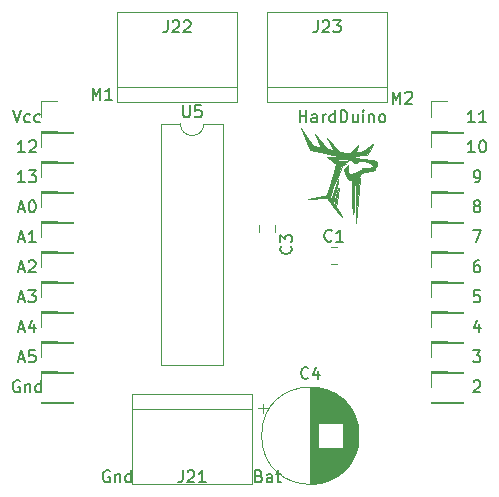
<source format=gbr>
G04 #@! TF.GenerationSoftware,KiCad,Pcbnew,(5.1.4)-1*
G04 #@! TF.CreationDate,2020-03-09T15:05:49+03:00*
G04 #@! TF.ProjectId,L293,4c323933-2e6b-4696-9361-645f70636258,rev?*
G04 #@! TF.SameCoordinates,Original*
G04 #@! TF.FileFunction,Legend,Top*
G04 #@! TF.FilePolarity,Positive*
%FSLAX46Y46*%
G04 Gerber Fmt 4.6, Leading zero omitted, Abs format (unit mm)*
G04 Created by KiCad (PCBNEW (5.1.4)-1) date 2020-03-09 15:05:49*
%MOMM*%
%LPD*%
G04 APERTURE LIST*
%ADD10C,0.100000*%
%ADD11C,0.150000*%
%ADD12C,0.120000*%
G04 APERTURE END LIST*
D10*
G36*
X114060000Y-61620000D02*
G01*
X114280000Y-61940000D01*
X114470000Y-62120000D01*
X114530000Y-62160000D01*
X114960000Y-62290000D01*
X115000000Y-62270000D01*
X115000000Y-62180000D01*
X114810000Y-61750000D01*
X114510000Y-61100000D01*
X115320000Y-62090000D01*
X115520000Y-62310000D01*
X115640000Y-62410000D01*
X115720000Y-62440000D01*
X115900000Y-62450000D01*
X116120000Y-62510000D01*
X116080000Y-62390000D01*
X115570000Y-61500000D01*
X116340000Y-62340000D01*
X116500000Y-62530000D01*
X116590000Y-62610000D01*
X116700000Y-62660000D01*
X117140000Y-62710000D01*
X117600000Y-62730000D01*
X118080000Y-62130000D01*
X118230000Y-61980000D01*
X118220000Y-62060000D01*
X118080000Y-62390000D01*
X118000000Y-62560000D01*
X117990000Y-62640000D01*
X118070000Y-62650000D01*
X118470000Y-62630000D01*
X118820000Y-62520000D01*
X119490000Y-61950000D01*
X119370000Y-62240000D01*
X118940000Y-62890000D01*
X118610000Y-62950000D01*
X118000000Y-63000000D01*
X117810000Y-63070000D01*
X118030000Y-63130000D01*
X119360000Y-63350000D01*
X119680000Y-63420000D01*
X119810000Y-63520000D01*
X119830000Y-63690000D01*
X119810000Y-63850000D01*
X119750000Y-63930000D01*
X119700000Y-63950000D01*
X119660000Y-64030000D01*
X119660000Y-64130000D01*
X119600000Y-64180000D01*
X119410000Y-64230000D01*
X118790000Y-64340000D01*
X118500000Y-64420000D01*
X118370000Y-64540000D01*
X118340000Y-64600000D01*
X118310000Y-64750000D01*
X118320000Y-64920000D01*
X117990000Y-68690000D01*
X118040000Y-65300000D01*
X118030000Y-65020000D01*
X118020000Y-64830000D01*
X118010000Y-64790000D01*
X117970000Y-64750000D01*
X117920000Y-64870000D01*
X117890000Y-65200000D01*
X117860000Y-65690000D01*
X117830000Y-67070000D01*
X117810000Y-67600000D01*
X117770000Y-67930000D01*
X117740000Y-67750000D01*
X117710000Y-67070000D01*
X117710000Y-66190000D01*
X117690000Y-64970000D01*
X117530000Y-65010000D01*
X117420000Y-65010000D01*
X117350000Y-64960000D01*
X117280000Y-64830000D01*
X117040000Y-64200000D01*
X117350000Y-63800000D01*
X117310000Y-64030000D01*
X117300000Y-64190000D01*
X117300000Y-64260000D01*
X117370000Y-64390000D01*
X117520000Y-64600000D01*
X118430000Y-64210000D01*
X118560000Y-64140000D01*
X118610000Y-64080000D01*
X118500000Y-64040000D01*
X118710000Y-64000000D01*
X119230000Y-63990000D01*
X119350000Y-63970000D01*
X119440000Y-63920000D01*
X119470000Y-63860000D01*
X119440000Y-63740000D01*
X119280000Y-63640000D01*
X119010000Y-63530000D01*
X118610000Y-63450000D01*
X118370000Y-63440000D01*
X118230000Y-63460000D01*
X118180000Y-63500000D01*
X118110000Y-63600000D01*
X118060000Y-63610000D01*
X118000000Y-63610000D01*
X117880000Y-63560000D01*
X117730000Y-63460000D01*
X117690000Y-63400000D01*
X117680000Y-63360000D01*
X117620000Y-63330000D01*
X117540000Y-63300000D01*
X117050000Y-63280000D01*
X116600000Y-63290000D01*
X116460000Y-63310000D01*
X116340000Y-63340000D01*
X116360000Y-63380000D01*
X116570000Y-63420000D01*
X116870000Y-63440000D01*
X117380000Y-63450000D01*
X116960000Y-63600000D01*
X116960000Y-63630000D01*
X117160000Y-63650000D01*
X117170000Y-63680000D01*
X116930000Y-63800000D01*
X116870000Y-63870000D01*
X116740000Y-64060000D01*
X116540000Y-64490000D01*
X116110000Y-65540000D01*
X115890000Y-66190000D01*
X115840000Y-66360000D01*
X115810000Y-66500000D01*
X115860000Y-66580000D01*
X115910000Y-66550000D01*
X115950000Y-66480000D01*
X116040000Y-66260000D01*
X116220000Y-65750000D01*
X116530000Y-64920000D01*
X116490000Y-65180000D01*
X116240000Y-66180000D01*
X116180000Y-66390000D01*
X116120000Y-66730000D01*
X116100000Y-66850000D01*
X116100000Y-66960000D01*
X116150000Y-67020000D01*
X116210000Y-66940000D01*
X116250000Y-66790000D01*
X116350000Y-66420000D01*
X116510000Y-65700000D01*
X116540000Y-65700000D01*
X116390000Y-66860000D01*
X116320000Y-67310000D01*
X116710000Y-67880000D01*
X116870000Y-68180000D01*
X116260000Y-67470000D01*
X115560000Y-66580000D01*
X113920000Y-66650000D01*
X115320000Y-66350000D01*
X115530000Y-66280000D01*
X115610000Y-66060000D01*
X115900000Y-65180000D01*
X116150000Y-64330000D01*
X116310000Y-63660000D01*
X115580000Y-63090000D01*
X115940000Y-63050000D01*
X116390000Y-63070000D01*
X116870000Y-63080000D01*
X114950000Y-62660000D01*
X114150000Y-62470000D01*
X113720000Y-61500000D01*
X113350000Y-60600000D01*
X114060000Y-61620000D01*
G37*
X114060000Y-61620000D02*
X114280000Y-61940000D01*
X114470000Y-62120000D01*
X114530000Y-62160000D01*
X114960000Y-62290000D01*
X115000000Y-62270000D01*
X115000000Y-62180000D01*
X114810000Y-61750000D01*
X114510000Y-61100000D01*
X115320000Y-62090000D01*
X115520000Y-62310000D01*
X115640000Y-62410000D01*
X115720000Y-62440000D01*
X115900000Y-62450000D01*
X116120000Y-62510000D01*
X116080000Y-62390000D01*
X115570000Y-61500000D01*
X116340000Y-62340000D01*
X116500000Y-62530000D01*
X116590000Y-62610000D01*
X116700000Y-62660000D01*
X117140000Y-62710000D01*
X117600000Y-62730000D01*
X118080000Y-62130000D01*
X118230000Y-61980000D01*
X118220000Y-62060000D01*
X118080000Y-62390000D01*
X118000000Y-62560000D01*
X117990000Y-62640000D01*
X118070000Y-62650000D01*
X118470000Y-62630000D01*
X118820000Y-62520000D01*
X119490000Y-61950000D01*
X119370000Y-62240000D01*
X118940000Y-62890000D01*
X118610000Y-62950000D01*
X118000000Y-63000000D01*
X117810000Y-63070000D01*
X118030000Y-63130000D01*
X119360000Y-63350000D01*
X119680000Y-63420000D01*
X119810000Y-63520000D01*
X119830000Y-63690000D01*
X119810000Y-63850000D01*
X119750000Y-63930000D01*
X119700000Y-63950000D01*
X119660000Y-64030000D01*
X119660000Y-64130000D01*
X119600000Y-64180000D01*
X119410000Y-64230000D01*
X118790000Y-64340000D01*
X118500000Y-64420000D01*
X118370000Y-64540000D01*
X118340000Y-64600000D01*
X118310000Y-64750000D01*
X118320000Y-64920000D01*
X117990000Y-68690000D01*
X118040000Y-65300000D01*
X118030000Y-65020000D01*
X118020000Y-64830000D01*
X118010000Y-64790000D01*
X117970000Y-64750000D01*
X117920000Y-64870000D01*
X117890000Y-65200000D01*
X117860000Y-65690000D01*
X117830000Y-67070000D01*
X117810000Y-67600000D01*
X117770000Y-67930000D01*
X117740000Y-67750000D01*
X117710000Y-67070000D01*
X117710000Y-66190000D01*
X117690000Y-64970000D01*
X117530000Y-65010000D01*
X117420000Y-65010000D01*
X117350000Y-64960000D01*
X117280000Y-64830000D01*
X117040000Y-64200000D01*
X117350000Y-63800000D01*
X117310000Y-64030000D01*
X117300000Y-64190000D01*
X117300000Y-64260000D01*
X117370000Y-64390000D01*
X117520000Y-64600000D01*
X118430000Y-64210000D01*
X118560000Y-64140000D01*
X118610000Y-64080000D01*
X118500000Y-64040000D01*
X118710000Y-64000000D01*
X119230000Y-63990000D01*
X119350000Y-63970000D01*
X119440000Y-63920000D01*
X119470000Y-63860000D01*
X119440000Y-63740000D01*
X119280000Y-63640000D01*
X119010000Y-63530000D01*
X118610000Y-63450000D01*
X118370000Y-63440000D01*
X118230000Y-63460000D01*
X118180000Y-63500000D01*
X118110000Y-63600000D01*
X118060000Y-63610000D01*
X118000000Y-63610000D01*
X117880000Y-63560000D01*
X117730000Y-63460000D01*
X117690000Y-63400000D01*
X117680000Y-63360000D01*
X117620000Y-63330000D01*
X117540000Y-63300000D01*
X117050000Y-63280000D01*
X116600000Y-63290000D01*
X116460000Y-63310000D01*
X116340000Y-63340000D01*
X116360000Y-63380000D01*
X116570000Y-63420000D01*
X116870000Y-63440000D01*
X117380000Y-63450000D01*
X116960000Y-63600000D01*
X116960000Y-63630000D01*
X117160000Y-63650000D01*
X117170000Y-63680000D01*
X116930000Y-63800000D01*
X116870000Y-63870000D01*
X116740000Y-64060000D01*
X116540000Y-64490000D01*
X116110000Y-65540000D01*
X115890000Y-66190000D01*
X115840000Y-66360000D01*
X115810000Y-66500000D01*
X115860000Y-66580000D01*
X115910000Y-66550000D01*
X115950000Y-66480000D01*
X116040000Y-66260000D01*
X116220000Y-65750000D01*
X116530000Y-64920000D01*
X116490000Y-65180000D01*
X116240000Y-66180000D01*
X116180000Y-66390000D01*
X116120000Y-66730000D01*
X116100000Y-66850000D01*
X116100000Y-66960000D01*
X116150000Y-67020000D01*
X116210000Y-66940000D01*
X116250000Y-66790000D01*
X116350000Y-66420000D01*
X116510000Y-65700000D01*
X116540000Y-65700000D01*
X116390000Y-66860000D01*
X116320000Y-67310000D01*
X116710000Y-67880000D01*
X116870000Y-68180000D01*
X116260000Y-67470000D01*
X115560000Y-66580000D01*
X113920000Y-66650000D01*
X115320000Y-66350000D01*
X115530000Y-66280000D01*
X115610000Y-66060000D01*
X115900000Y-65180000D01*
X116150000Y-64330000D01*
X116310000Y-63660000D01*
X115580000Y-63090000D01*
X115940000Y-63050000D01*
X116390000Y-63070000D01*
X116870000Y-63080000D01*
X114950000Y-62660000D01*
X114150000Y-62470000D01*
X113720000Y-61500000D01*
X113350000Y-60600000D01*
X114060000Y-61620000D01*
D11*
X121110476Y-58554880D02*
X121110476Y-57554880D01*
X121443809Y-58269166D01*
X121777142Y-57554880D01*
X121777142Y-58554880D01*
X122205714Y-57650119D02*
X122253333Y-57602500D01*
X122348571Y-57554880D01*
X122586666Y-57554880D01*
X122681904Y-57602500D01*
X122729523Y-57650119D01*
X122777142Y-57745357D01*
X122777142Y-57840595D01*
X122729523Y-57983452D01*
X122158095Y-58554880D01*
X122777142Y-58554880D01*
X95710476Y-58237380D02*
X95710476Y-57237380D01*
X96043809Y-57951666D01*
X96377142Y-57237380D01*
X96377142Y-58237380D01*
X97377142Y-58237380D02*
X96805714Y-58237380D01*
X97091428Y-58237380D02*
X97091428Y-57237380D01*
X96996190Y-57380238D01*
X96900952Y-57475476D01*
X96805714Y-57523095D01*
X97147142Y-89670000D02*
X97051904Y-89622380D01*
X96909047Y-89622380D01*
X96766190Y-89670000D01*
X96670952Y-89765238D01*
X96623333Y-89860476D01*
X96575714Y-90050952D01*
X96575714Y-90193809D01*
X96623333Y-90384285D01*
X96670952Y-90479523D01*
X96766190Y-90574761D01*
X96909047Y-90622380D01*
X97004285Y-90622380D01*
X97147142Y-90574761D01*
X97194761Y-90527142D01*
X97194761Y-90193809D01*
X97004285Y-90193809D01*
X97623333Y-89955714D02*
X97623333Y-90622380D01*
X97623333Y-90050952D02*
X97670952Y-90003333D01*
X97766190Y-89955714D01*
X97909047Y-89955714D01*
X98004285Y-90003333D01*
X98051904Y-90098571D01*
X98051904Y-90622380D01*
X98956666Y-90622380D02*
X98956666Y-89622380D01*
X98956666Y-90574761D02*
X98861428Y-90622380D01*
X98670952Y-90622380D01*
X98575714Y-90574761D01*
X98528095Y-90527142D01*
X98480476Y-90431904D01*
X98480476Y-90146190D01*
X98528095Y-90050952D01*
X98575714Y-90003333D01*
X98670952Y-89955714D01*
X98861428Y-89955714D01*
X98956666Y-90003333D01*
X109823333Y-90098571D02*
X109966190Y-90146190D01*
X110013809Y-90193809D01*
X110061428Y-90289047D01*
X110061428Y-90431904D01*
X110013809Y-90527142D01*
X109966190Y-90574761D01*
X109870952Y-90622380D01*
X109490000Y-90622380D01*
X109490000Y-89622380D01*
X109823333Y-89622380D01*
X109918571Y-89670000D01*
X109966190Y-89717619D01*
X110013809Y-89812857D01*
X110013809Y-89908095D01*
X109966190Y-90003333D01*
X109918571Y-90050952D01*
X109823333Y-90098571D01*
X109490000Y-90098571D01*
X110918571Y-90622380D02*
X110918571Y-90098571D01*
X110870952Y-90003333D01*
X110775714Y-89955714D01*
X110585238Y-89955714D01*
X110490000Y-90003333D01*
X110918571Y-90574761D02*
X110823333Y-90622380D01*
X110585238Y-90622380D01*
X110490000Y-90574761D01*
X110442380Y-90479523D01*
X110442380Y-90384285D01*
X110490000Y-90289047D01*
X110585238Y-90241428D01*
X110823333Y-90241428D01*
X110918571Y-90193809D01*
X111251904Y-89955714D02*
X111632857Y-89955714D01*
X111394761Y-89622380D02*
X111394761Y-90479523D01*
X111442380Y-90574761D01*
X111537619Y-90622380D01*
X111632857Y-90622380D01*
X113244761Y-60142380D02*
X113244761Y-59142380D01*
X113244761Y-59618571D02*
X113816190Y-59618571D01*
X113816190Y-60142380D02*
X113816190Y-59142380D01*
X114720952Y-60142380D02*
X114720952Y-59618571D01*
X114673333Y-59523333D01*
X114578095Y-59475714D01*
X114387619Y-59475714D01*
X114292380Y-59523333D01*
X114720952Y-60094761D02*
X114625714Y-60142380D01*
X114387619Y-60142380D01*
X114292380Y-60094761D01*
X114244761Y-59999523D01*
X114244761Y-59904285D01*
X114292380Y-59809047D01*
X114387619Y-59761428D01*
X114625714Y-59761428D01*
X114720952Y-59713809D01*
X115197142Y-60142380D02*
X115197142Y-59475714D01*
X115197142Y-59666190D02*
X115244761Y-59570952D01*
X115292380Y-59523333D01*
X115387619Y-59475714D01*
X115482857Y-59475714D01*
X116244761Y-60142380D02*
X116244761Y-59142380D01*
X116244761Y-60094761D02*
X116149523Y-60142380D01*
X115959047Y-60142380D01*
X115863809Y-60094761D01*
X115816190Y-60047142D01*
X115768571Y-59951904D01*
X115768571Y-59666190D01*
X115816190Y-59570952D01*
X115863809Y-59523333D01*
X115959047Y-59475714D01*
X116149523Y-59475714D01*
X116244761Y-59523333D01*
X116720952Y-60142380D02*
X116720952Y-59142380D01*
X116959047Y-59142380D01*
X117101904Y-59190000D01*
X117197142Y-59285238D01*
X117244761Y-59380476D01*
X117292380Y-59570952D01*
X117292380Y-59713809D01*
X117244761Y-59904285D01*
X117197142Y-59999523D01*
X117101904Y-60094761D01*
X116959047Y-60142380D01*
X116720952Y-60142380D01*
X118149523Y-59475714D02*
X118149523Y-60142380D01*
X117720952Y-59475714D02*
X117720952Y-59999523D01*
X117768571Y-60094761D01*
X117863809Y-60142380D01*
X118006666Y-60142380D01*
X118101904Y-60094761D01*
X118149523Y-60047142D01*
X118625714Y-60142380D02*
X118625714Y-59475714D01*
X118625714Y-59142380D02*
X118578095Y-59190000D01*
X118625714Y-59237619D01*
X118673333Y-59190000D01*
X118625714Y-59142380D01*
X118625714Y-59237619D01*
X119101904Y-59475714D02*
X119101904Y-60142380D01*
X119101904Y-59570952D02*
X119149523Y-59523333D01*
X119244761Y-59475714D01*
X119387619Y-59475714D01*
X119482857Y-59523333D01*
X119530476Y-59618571D01*
X119530476Y-60142380D01*
X120149523Y-60142380D02*
X120054285Y-60094761D01*
X120006666Y-60047142D01*
X119959047Y-59951904D01*
X119959047Y-59666190D01*
X120006666Y-59570952D01*
X120054285Y-59523333D01*
X120149523Y-59475714D01*
X120292380Y-59475714D01*
X120387619Y-59523333D01*
X120435238Y-59570952D01*
X120482857Y-59666190D01*
X120482857Y-59951904D01*
X120435238Y-60047142D01*
X120387619Y-60094761D01*
X120292380Y-60142380D01*
X120149523Y-60142380D01*
X89527142Y-82050000D02*
X89431904Y-82002380D01*
X89289047Y-82002380D01*
X89146190Y-82050000D01*
X89050952Y-82145238D01*
X89003333Y-82240476D01*
X88955714Y-82430952D01*
X88955714Y-82573809D01*
X89003333Y-82764285D01*
X89050952Y-82859523D01*
X89146190Y-82954761D01*
X89289047Y-83002380D01*
X89384285Y-83002380D01*
X89527142Y-82954761D01*
X89574761Y-82907142D01*
X89574761Y-82573809D01*
X89384285Y-82573809D01*
X90003333Y-82335714D02*
X90003333Y-83002380D01*
X90003333Y-82430952D02*
X90050952Y-82383333D01*
X90146190Y-82335714D01*
X90289047Y-82335714D01*
X90384285Y-82383333D01*
X90431904Y-82478571D01*
X90431904Y-83002380D01*
X91336666Y-83002380D02*
X91336666Y-82002380D01*
X91336666Y-82954761D02*
X91241428Y-83002380D01*
X91050952Y-83002380D01*
X90955714Y-82954761D01*
X90908095Y-82907142D01*
X90860476Y-82811904D01*
X90860476Y-82526190D01*
X90908095Y-82430952D01*
X90955714Y-82383333D01*
X91050952Y-82335714D01*
X91241428Y-82335714D01*
X91336666Y-82383333D01*
X89455714Y-80176666D02*
X89931904Y-80176666D01*
X89360476Y-80462380D02*
X89693809Y-79462380D01*
X90027142Y-80462380D01*
X90836666Y-79462380D02*
X90360476Y-79462380D01*
X90312857Y-79938571D01*
X90360476Y-79890952D01*
X90455714Y-79843333D01*
X90693809Y-79843333D01*
X90789047Y-79890952D01*
X90836666Y-79938571D01*
X90884285Y-80033809D01*
X90884285Y-80271904D01*
X90836666Y-80367142D01*
X90789047Y-80414761D01*
X90693809Y-80462380D01*
X90455714Y-80462380D01*
X90360476Y-80414761D01*
X90312857Y-80367142D01*
X89455714Y-77636666D02*
X89931904Y-77636666D01*
X89360476Y-77922380D02*
X89693809Y-76922380D01*
X90027142Y-77922380D01*
X90789047Y-77255714D02*
X90789047Y-77922380D01*
X90550952Y-76874761D02*
X90312857Y-77589047D01*
X90931904Y-77589047D01*
X89455714Y-75096666D02*
X89931904Y-75096666D01*
X89360476Y-75382380D02*
X89693809Y-74382380D01*
X90027142Y-75382380D01*
X90265238Y-74382380D02*
X90884285Y-74382380D01*
X90550952Y-74763333D01*
X90693809Y-74763333D01*
X90789047Y-74810952D01*
X90836666Y-74858571D01*
X90884285Y-74953809D01*
X90884285Y-75191904D01*
X90836666Y-75287142D01*
X90789047Y-75334761D01*
X90693809Y-75382380D01*
X90408095Y-75382380D01*
X90312857Y-75334761D01*
X90265238Y-75287142D01*
X89455714Y-72556666D02*
X89931904Y-72556666D01*
X89360476Y-72842380D02*
X89693809Y-71842380D01*
X90027142Y-72842380D01*
X90312857Y-71937619D02*
X90360476Y-71890000D01*
X90455714Y-71842380D01*
X90693809Y-71842380D01*
X90789047Y-71890000D01*
X90836666Y-71937619D01*
X90884285Y-72032857D01*
X90884285Y-72128095D01*
X90836666Y-72270952D01*
X90265238Y-72842380D01*
X90884285Y-72842380D01*
X89455714Y-70016666D02*
X89931904Y-70016666D01*
X89360476Y-70302380D02*
X89693809Y-69302380D01*
X90027142Y-70302380D01*
X90884285Y-70302380D02*
X90312857Y-70302380D01*
X90598571Y-70302380D02*
X90598571Y-69302380D01*
X90503333Y-69445238D01*
X90408095Y-69540476D01*
X90312857Y-69588095D01*
X89455714Y-67476666D02*
X89931904Y-67476666D01*
X89360476Y-67762380D02*
X89693809Y-66762380D01*
X90027142Y-67762380D01*
X90550952Y-66762380D02*
X90646190Y-66762380D01*
X90741428Y-66810000D01*
X90789047Y-66857619D01*
X90836666Y-66952857D01*
X90884285Y-67143333D01*
X90884285Y-67381428D01*
X90836666Y-67571904D01*
X90789047Y-67667142D01*
X90741428Y-67714761D01*
X90646190Y-67762380D01*
X90550952Y-67762380D01*
X90455714Y-67714761D01*
X90408095Y-67667142D01*
X90360476Y-67571904D01*
X90312857Y-67381428D01*
X90312857Y-67143333D01*
X90360476Y-66952857D01*
X90408095Y-66857619D01*
X90455714Y-66810000D01*
X90550952Y-66762380D01*
X88979523Y-59142380D02*
X89312857Y-60142380D01*
X89646190Y-59142380D01*
X90408095Y-60094761D02*
X90312857Y-60142380D01*
X90122380Y-60142380D01*
X90027142Y-60094761D01*
X89979523Y-60047142D01*
X89931904Y-59951904D01*
X89931904Y-59666190D01*
X89979523Y-59570952D01*
X90027142Y-59523333D01*
X90122380Y-59475714D01*
X90312857Y-59475714D01*
X90408095Y-59523333D01*
X91265238Y-60094761D02*
X91170000Y-60142380D01*
X90979523Y-60142380D01*
X90884285Y-60094761D01*
X90836666Y-60047142D01*
X90789047Y-59951904D01*
X90789047Y-59666190D01*
X90836666Y-59570952D01*
X90884285Y-59523333D01*
X90979523Y-59475714D01*
X91170000Y-59475714D01*
X91265238Y-59523333D01*
X89979523Y-65222380D02*
X89408095Y-65222380D01*
X89693809Y-65222380D02*
X89693809Y-64222380D01*
X89598571Y-64365238D01*
X89503333Y-64460476D01*
X89408095Y-64508095D01*
X90312857Y-64222380D02*
X90931904Y-64222380D01*
X90598571Y-64603333D01*
X90741428Y-64603333D01*
X90836666Y-64650952D01*
X90884285Y-64698571D01*
X90931904Y-64793809D01*
X90931904Y-65031904D01*
X90884285Y-65127142D01*
X90836666Y-65174761D01*
X90741428Y-65222380D01*
X90455714Y-65222380D01*
X90360476Y-65174761D01*
X90312857Y-65127142D01*
X89979523Y-62682380D02*
X89408095Y-62682380D01*
X89693809Y-62682380D02*
X89693809Y-61682380D01*
X89598571Y-61825238D01*
X89503333Y-61920476D01*
X89408095Y-61968095D01*
X90360476Y-61777619D02*
X90408095Y-61730000D01*
X90503333Y-61682380D01*
X90741428Y-61682380D01*
X90836666Y-61730000D01*
X90884285Y-61777619D01*
X90931904Y-61872857D01*
X90931904Y-61968095D01*
X90884285Y-62110952D01*
X90312857Y-62682380D01*
X90931904Y-62682380D01*
X128079523Y-60142380D02*
X127508095Y-60142380D01*
X127793809Y-60142380D02*
X127793809Y-59142380D01*
X127698571Y-59285238D01*
X127603333Y-59380476D01*
X127508095Y-59428095D01*
X129031904Y-60142380D02*
X128460476Y-60142380D01*
X128746190Y-60142380D02*
X128746190Y-59142380D01*
X128650952Y-59285238D01*
X128555714Y-59380476D01*
X128460476Y-59428095D01*
X128079523Y-62682380D02*
X127508095Y-62682380D01*
X127793809Y-62682380D02*
X127793809Y-61682380D01*
X127698571Y-61825238D01*
X127603333Y-61920476D01*
X127508095Y-61968095D01*
X128698571Y-61682380D02*
X128793809Y-61682380D01*
X128889047Y-61730000D01*
X128936666Y-61777619D01*
X128984285Y-61872857D01*
X129031904Y-62063333D01*
X129031904Y-62301428D01*
X128984285Y-62491904D01*
X128936666Y-62587142D01*
X128889047Y-62634761D01*
X128793809Y-62682380D01*
X128698571Y-62682380D01*
X128603333Y-62634761D01*
X128555714Y-62587142D01*
X128508095Y-62491904D01*
X128460476Y-62301428D01*
X128460476Y-62063333D01*
X128508095Y-61872857D01*
X128555714Y-61777619D01*
X128603333Y-61730000D01*
X128698571Y-61682380D01*
X128079523Y-65222380D02*
X128270000Y-65222380D01*
X128365238Y-65174761D01*
X128412857Y-65127142D01*
X128508095Y-64984285D01*
X128555714Y-64793809D01*
X128555714Y-64412857D01*
X128508095Y-64317619D01*
X128460476Y-64270000D01*
X128365238Y-64222380D01*
X128174761Y-64222380D01*
X128079523Y-64270000D01*
X128031904Y-64317619D01*
X127984285Y-64412857D01*
X127984285Y-64650952D01*
X128031904Y-64746190D01*
X128079523Y-64793809D01*
X128174761Y-64841428D01*
X128365238Y-64841428D01*
X128460476Y-64793809D01*
X128508095Y-64746190D01*
X128555714Y-64650952D01*
X128174761Y-67190952D02*
X128079523Y-67143333D01*
X128031904Y-67095714D01*
X127984285Y-67000476D01*
X127984285Y-66952857D01*
X128031904Y-66857619D01*
X128079523Y-66810000D01*
X128174761Y-66762380D01*
X128365238Y-66762380D01*
X128460476Y-66810000D01*
X128508095Y-66857619D01*
X128555714Y-66952857D01*
X128555714Y-67000476D01*
X128508095Y-67095714D01*
X128460476Y-67143333D01*
X128365238Y-67190952D01*
X128174761Y-67190952D01*
X128079523Y-67238571D01*
X128031904Y-67286190D01*
X127984285Y-67381428D01*
X127984285Y-67571904D01*
X128031904Y-67667142D01*
X128079523Y-67714761D01*
X128174761Y-67762380D01*
X128365238Y-67762380D01*
X128460476Y-67714761D01*
X128508095Y-67667142D01*
X128555714Y-67571904D01*
X128555714Y-67381428D01*
X128508095Y-67286190D01*
X128460476Y-67238571D01*
X128365238Y-67190952D01*
X127936666Y-69302380D02*
X128603333Y-69302380D01*
X128174761Y-70302380D01*
X128460476Y-71842380D02*
X128270000Y-71842380D01*
X128174761Y-71890000D01*
X128127142Y-71937619D01*
X128031904Y-72080476D01*
X127984285Y-72270952D01*
X127984285Y-72651904D01*
X128031904Y-72747142D01*
X128079523Y-72794761D01*
X128174761Y-72842380D01*
X128365238Y-72842380D01*
X128460476Y-72794761D01*
X128508095Y-72747142D01*
X128555714Y-72651904D01*
X128555714Y-72413809D01*
X128508095Y-72318571D01*
X128460476Y-72270952D01*
X128365238Y-72223333D01*
X128174761Y-72223333D01*
X128079523Y-72270952D01*
X128031904Y-72318571D01*
X127984285Y-72413809D01*
X128508095Y-74382380D02*
X128031904Y-74382380D01*
X127984285Y-74858571D01*
X128031904Y-74810952D01*
X128127142Y-74763333D01*
X128365238Y-74763333D01*
X128460476Y-74810952D01*
X128508095Y-74858571D01*
X128555714Y-74953809D01*
X128555714Y-75191904D01*
X128508095Y-75287142D01*
X128460476Y-75334761D01*
X128365238Y-75382380D01*
X128127142Y-75382380D01*
X128031904Y-75334761D01*
X127984285Y-75287142D01*
X128460476Y-77255714D02*
X128460476Y-77922380D01*
X128222380Y-76874761D02*
X127984285Y-77589047D01*
X128603333Y-77589047D01*
X127936666Y-79462380D02*
X128555714Y-79462380D01*
X128222380Y-79843333D01*
X128365238Y-79843333D01*
X128460476Y-79890952D01*
X128508095Y-79938571D01*
X128555714Y-80033809D01*
X128555714Y-80271904D01*
X128508095Y-80367142D01*
X128460476Y-80414761D01*
X128365238Y-80462380D01*
X128079523Y-80462380D01*
X127984285Y-80414761D01*
X127936666Y-80367142D01*
X127984285Y-82097619D02*
X128031904Y-82050000D01*
X128127142Y-82002380D01*
X128365238Y-82002380D01*
X128460476Y-82050000D01*
X128508095Y-82097619D01*
X128555714Y-82192857D01*
X128555714Y-82288095D01*
X128508095Y-82430952D01*
X127936666Y-83002380D01*
X128555714Y-83002380D01*
D12*
X110135302Y-83962500D02*
X110135302Y-84762500D01*
X109735302Y-84362500D02*
X110535302Y-84362500D01*
X118226000Y-86144500D02*
X118226000Y-87210500D01*
X118186000Y-85909500D02*
X118186000Y-87445500D01*
X118146000Y-85729500D02*
X118146000Y-87625500D01*
X118106000Y-85579500D02*
X118106000Y-87775500D01*
X118066000Y-85448500D02*
X118066000Y-87906500D01*
X118026000Y-85331500D02*
X118026000Y-88023500D01*
X117986000Y-85224500D02*
X117986000Y-88130500D01*
X117946000Y-85125500D02*
X117946000Y-88229500D01*
X117906000Y-85032500D02*
X117906000Y-88322500D01*
X117866000Y-84946500D02*
X117866000Y-88408500D01*
X117826000Y-84864500D02*
X117826000Y-88490500D01*
X117786000Y-84787500D02*
X117786000Y-88567500D01*
X117746000Y-84713500D02*
X117746000Y-88641500D01*
X117706000Y-84643500D02*
X117706000Y-88711500D01*
X117666000Y-84575500D02*
X117666000Y-88779500D01*
X117626000Y-84511500D02*
X117626000Y-88843500D01*
X117586000Y-84449500D02*
X117586000Y-88905500D01*
X117546000Y-84390500D02*
X117546000Y-88964500D01*
X117506000Y-84332500D02*
X117506000Y-89022500D01*
X117466000Y-84277500D02*
X117466000Y-89077500D01*
X117426000Y-84223500D02*
X117426000Y-89131500D01*
X117386000Y-84172500D02*
X117386000Y-89182500D01*
X117346000Y-84121500D02*
X117346000Y-89233500D01*
X117306000Y-84073500D02*
X117306000Y-89281500D01*
X117266000Y-84026500D02*
X117266000Y-89328500D01*
X117226000Y-83980500D02*
X117226000Y-89374500D01*
X117186000Y-83936500D02*
X117186000Y-89418500D01*
X117146000Y-83893500D02*
X117146000Y-89461500D01*
X117106000Y-83851500D02*
X117106000Y-89503500D01*
X117066000Y-83810500D02*
X117066000Y-89544500D01*
X117026000Y-83770500D02*
X117026000Y-89584500D01*
X116986000Y-83732500D02*
X116986000Y-89622500D01*
X116946000Y-83694500D02*
X116946000Y-89660500D01*
X116906000Y-87717500D02*
X116906000Y-89696500D01*
X116906000Y-83658500D02*
X116906000Y-85637500D01*
X116866000Y-87717500D02*
X116866000Y-89732500D01*
X116866000Y-83622500D02*
X116866000Y-85637500D01*
X116826000Y-87717500D02*
X116826000Y-89767500D01*
X116826000Y-83587500D02*
X116826000Y-85637500D01*
X116786000Y-87717500D02*
X116786000Y-89801500D01*
X116786000Y-83553500D02*
X116786000Y-85637500D01*
X116746000Y-87717500D02*
X116746000Y-89833500D01*
X116746000Y-83521500D02*
X116746000Y-85637500D01*
X116706000Y-87717500D02*
X116706000Y-89866500D01*
X116706000Y-83488500D02*
X116706000Y-85637500D01*
X116666000Y-87717500D02*
X116666000Y-89897500D01*
X116666000Y-83457500D02*
X116666000Y-85637500D01*
X116626000Y-87717500D02*
X116626000Y-89927500D01*
X116626000Y-83427500D02*
X116626000Y-85637500D01*
X116586000Y-87717500D02*
X116586000Y-89957500D01*
X116586000Y-83397500D02*
X116586000Y-85637500D01*
X116546000Y-87717500D02*
X116546000Y-89986500D01*
X116546000Y-83368500D02*
X116546000Y-85637500D01*
X116506000Y-87717500D02*
X116506000Y-90015500D01*
X116506000Y-83339500D02*
X116506000Y-85637500D01*
X116466000Y-87717500D02*
X116466000Y-90042500D01*
X116466000Y-83312500D02*
X116466000Y-85637500D01*
X116426000Y-87717500D02*
X116426000Y-90069500D01*
X116426000Y-83285500D02*
X116426000Y-85637500D01*
X116386000Y-87717500D02*
X116386000Y-90095500D01*
X116386000Y-83259500D02*
X116386000Y-85637500D01*
X116346000Y-87717500D02*
X116346000Y-90121500D01*
X116346000Y-83233500D02*
X116346000Y-85637500D01*
X116306000Y-87717500D02*
X116306000Y-90146500D01*
X116306000Y-83208500D02*
X116306000Y-85637500D01*
X116266000Y-87717500D02*
X116266000Y-90170500D01*
X116266000Y-83184500D02*
X116266000Y-85637500D01*
X116226000Y-87717500D02*
X116226000Y-90194500D01*
X116226000Y-83160500D02*
X116226000Y-85637500D01*
X116186000Y-87717500D02*
X116186000Y-90217500D01*
X116186000Y-83137500D02*
X116186000Y-85637500D01*
X116146000Y-87717500D02*
X116146000Y-90239500D01*
X116146000Y-83115500D02*
X116146000Y-85637500D01*
X116106000Y-87717500D02*
X116106000Y-90261500D01*
X116106000Y-83093500D02*
X116106000Y-85637500D01*
X116066000Y-87717500D02*
X116066000Y-90283500D01*
X116066000Y-83071500D02*
X116066000Y-85637500D01*
X116026000Y-87717500D02*
X116026000Y-90304500D01*
X116026000Y-83050500D02*
X116026000Y-85637500D01*
X115986000Y-87717500D02*
X115986000Y-90324500D01*
X115986000Y-83030500D02*
X115986000Y-85637500D01*
X115946000Y-87717500D02*
X115946000Y-90343500D01*
X115946000Y-83011500D02*
X115946000Y-85637500D01*
X115906000Y-87717500D02*
X115906000Y-90363500D01*
X115906000Y-82991500D02*
X115906000Y-85637500D01*
X115866000Y-87717500D02*
X115866000Y-90381500D01*
X115866000Y-82973500D02*
X115866000Y-85637500D01*
X115826000Y-87717500D02*
X115826000Y-90399500D01*
X115826000Y-82955500D02*
X115826000Y-85637500D01*
X115786000Y-87717500D02*
X115786000Y-90417500D01*
X115786000Y-82937500D02*
X115786000Y-85637500D01*
X115746000Y-87717500D02*
X115746000Y-90434500D01*
X115746000Y-82920500D02*
X115746000Y-85637500D01*
X115706000Y-87717500D02*
X115706000Y-90451500D01*
X115706000Y-82903500D02*
X115706000Y-85637500D01*
X115666000Y-87717500D02*
X115666000Y-90467500D01*
X115666000Y-82887500D02*
X115666000Y-85637500D01*
X115626000Y-87717500D02*
X115626000Y-90482500D01*
X115626000Y-82872500D02*
X115626000Y-85637500D01*
X115586000Y-87717500D02*
X115586000Y-90498500D01*
X115586000Y-82856500D02*
X115586000Y-85637500D01*
X115546000Y-87717500D02*
X115546000Y-90512500D01*
X115546000Y-82842500D02*
X115546000Y-85637500D01*
X115506000Y-87717500D02*
X115506000Y-90527500D01*
X115506000Y-82827500D02*
X115506000Y-85637500D01*
X115466000Y-87717500D02*
X115466000Y-90540500D01*
X115466000Y-82814500D02*
X115466000Y-85637500D01*
X115426000Y-87717500D02*
X115426000Y-90554500D01*
X115426000Y-82800500D02*
X115426000Y-85637500D01*
X115386000Y-87717500D02*
X115386000Y-90566500D01*
X115386000Y-82788500D02*
X115386000Y-85637500D01*
X115346000Y-87717500D02*
X115346000Y-90579500D01*
X115346000Y-82775500D02*
X115346000Y-85637500D01*
X115306000Y-87717500D02*
X115306000Y-90591500D01*
X115306000Y-82763500D02*
X115306000Y-85637500D01*
X115266000Y-87717500D02*
X115266000Y-90602500D01*
X115266000Y-82752500D02*
X115266000Y-85637500D01*
X115226000Y-87717500D02*
X115226000Y-90613500D01*
X115226000Y-82741500D02*
X115226000Y-85637500D01*
X115186000Y-87717500D02*
X115186000Y-90624500D01*
X115186000Y-82730500D02*
X115186000Y-85637500D01*
X115146000Y-87717500D02*
X115146000Y-90634500D01*
X115146000Y-82720500D02*
X115146000Y-85637500D01*
X115106000Y-87717500D02*
X115106000Y-90644500D01*
X115106000Y-82710500D02*
X115106000Y-85637500D01*
X115066000Y-87717500D02*
X115066000Y-90653500D01*
X115066000Y-82701500D02*
X115066000Y-85637500D01*
X115026000Y-87717500D02*
X115026000Y-90662500D01*
X115026000Y-82692500D02*
X115026000Y-85637500D01*
X114986000Y-87717500D02*
X114986000Y-90671500D01*
X114986000Y-82683500D02*
X114986000Y-85637500D01*
X114946000Y-87717500D02*
X114946000Y-90679500D01*
X114946000Y-82675500D02*
X114946000Y-85637500D01*
X114906000Y-87717500D02*
X114906000Y-90687500D01*
X114906000Y-82667500D02*
X114906000Y-85637500D01*
X114866000Y-87717500D02*
X114866000Y-90694500D01*
X114866000Y-82660500D02*
X114866000Y-85637500D01*
X114825000Y-82653500D02*
X114825000Y-90701500D01*
X114785000Y-82647500D02*
X114785000Y-90707500D01*
X114745000Y-82640500D02*
X114745000Y-90714500D01*
X114705000Y-82635500D02*
X114705000Y-90719500D01*
X114665000Y-82629500D02*
X114665000Y-90725500D01*
X114625000Y-82625500D02*
X114625000Y-90729500D01*
X114585000Y-82620500D02*
X114585000Y-90734500D01*
X114545000Y-82616500D02*
X114545000Y-90738500D01*
X114505000Y-82612500D02*
X114505000Y-90742500D01*
X114465000Y-82609500D02*
X114465000Y-90745500D01*
X114425000Y-82606500D02*
X114425000Y-90748500D01*
X114385000Y-82603500D02*
X114385000Y-90751500D01*
X114345000Y-82601500D02*
X114345000Y-90753500D01*
X114305000Y-82600500D02*
X114305000Y-90754500D01*
X114265000Y-82598500D02*
X114265000Y-90756500D01*
X114225000Y-82597500D02*
X114225000Y-90757500D01*
X114185000Y-82597500D02*
X114185000Y-90757500D01*
X114145000Y-82597500D02*
X114145000Y-90757500D01*
X118265000Y-86677500D02*
G75*
G03X118265000Y-86677500I-4120000J0D01*
G01*
X124400000Y-81220000D02*
X125730000Y-81220000D01*
X124400000Y-82550000D02*
X124400000Y-81220000D01*
X124400000Y-83820000D02*
X127060000Y-83820000D01*
X127060000Y-83820000D02*
X127060000Y-83880000D01*
X124400000Y-83820000D02*
X124400000Y-83880000D01*
X124400000Y-83880000D02*
X127060000Y-83880000D01*
X124400000Y-81340000D02*
X127060000Y-81340000D01*
X124400000Y-81280000D02*
X124400000Y-81340000D01*
X127060000Y-81280000D02*
X127060000Y-81340000D01*
X124400000Y-81280000D02*
X127060000Y-81280000D01*
X124400000Y-80010000D02*
X124400000Y-78680000D01*
X124400000Y-78680000D02*
X125730000Y-78680000D01*
X124400000Y-76140000D02*
X125730000Y-76140000D01*
X124400000Y-77470000D02*
X124400000Y-76140000D01*
X124400000Y-78740000D02*
X127060000Y-78740000D01*
X127060000Y-78740000D02*
X127060000Y-78800000D01*
X124400000Y-78740000D02*
X124400000Y-78800000D01*
X124400000Y-78800000D02*
X127060000Y-78800000D01*
X124400000Y-76260000D02*
X127060000Y-76260000D01*
X124400000Y-76200000D02*
X124400000Y-76260000D01*
X127060000Y-76200000D02*
X127060000Y-76260000D01*
X124400000Y-76200000D02*
X127060000Y-76200000D01*
X124400000Y-74930000D02*
X124400000Y-73600000D01*
X124400000Y-73600000D02*
X125730000Y-73600000D01*
X124400000Y-71060000D02*
X125730000Y-71060000D01*
X124400000Y-72390000D02*
X124400000Y-71060000D01*
X124400000Y-73660000D02*
X127060000Y-73660000D01*
X127060000Y-73660000D02*
X127060000Y-73720000D01*
X124400000Y-73660000D02*
X124400000Y-73720000D01*
X124400000Y-73720000D02*
X127060000Y-73720000D01*
X124400000Y-71180000D02*
X127060000Y-71180000D01*
X124400000Y-71120000D02*
X124400000Y-71180000D01*
X127060000Y-71120000D02*
X127060000Y-71180000D01*
X124400000Y-71120000D02*
X127060000Y-71120000D01*
X124400000Y-69850000D02*
X124400000Y-68520000D01*
X124400000Y-68520000D02*
X125730000Y-68520000D01*
X124400000Y-65980000D02*
X125730000Y-65980000D01*
X124400000Y-67310000D02*
X124400000Y-65980000D01*
X124400000Y-68580000D02*
X127060000Y-68580000D01*
X127060000Y-68580000D02*
X127060000Y-68640000D01*
X124400000Y-68580000D02*
X124400000Y-68640000D01*
X124400000Y-68640000D02*
X127060000Y-68640000D01*
X124400000Y-66100000D02*
X127060000Y-66100000D01*
X124400000Y-66040000D02*
X124400000Y-66100000D01*
X127060000Y-66040000D02*
X127060000Y-66100000D01*
X124400000Y-66040000D02*
X127060000Y-66040000D01*
X124400000Y-64770000D02*
X124400000Y-63440000D01*
X124400000Y-63440000D02*
X125730000Y-63440000D01*
X124400000Y-60900000D02*
X125730000Y-60900000D01*
X124400000Y-62230000D02*
X124400000Y-60900000D01*
X124400000Y-63500000D02*
X127060000Y-63500000D01*
X127060000Y-63500000D02*
X127060000Y-63560000D01*
X124400000Y-63500000D02*
X124400000Y-63560000D01*
X124400000Y-63560000D02*
X127060000Y-63560000D01*
X124400000Y-61020000D02*
X127060000Y-61020000D01*
X124400000Y-60960000D02*
X124400000Y-61020000D01*
X127060000Y-60960000D02*
X127060000Y-61020000D01*
X124400000Y-60960000D02*
X127060000Y-60960000D01*
X124400000Y-59690000D02*
X124400000Y-58360000D01*
X124400000Y-58360000D02*
X125730000Y-58360000D01*
X91380000Y-60900000D02*
X92710000Y-60900000D01*
X91380000Y-62230000D02*
X91380000Y-60900000D01*
X91380000Y-63500000D02*
X94040000Y-63500000D01*
X94040000Y-63500000D02*
X94040000Y-63560000D01*
X91380000Y-63500000D02*
X91380000Y-63560000D01*
X91380000Y-63560000D02*
X94040000Y-63560000D01*
X91380000Y-66100000D02*
X94040000Y-66100000D01*
X91380000Y-66040000D02*
X91380000Y-66100000D01*
X94040000Y-66040000D02*
X94040000Y-66100000D01*
X91380000Y-66040000D02*
X94040000Y-66040000D01*
X91380000Y-64770000D02*
X91380000Y-63440000D01*
X91380000Y-63440000D02*
X92710000Y-63440000D01*
X91380000Y-68640000D02*
X94040000Y-68640000D01*
X91380000Y-68580000D02*
X91380000Y-68640000D01*
X94040000Y-68580000D02*
X94040000Y-68640000D01*
X91380000Y-68580000D02*
X94040000Y-68580000D01*
X91380000Y-67310000D02*
X91380000Y-65980000D01*
X91380000Y-65980000D02*
X92710000Y-65980000D01*
X91380000Y-68520000D02*
X92710000Y-68520000D01*
X91380000Y-69850000D02*
X91380000Y-68520000D01*
X91380000Y-71120000D02*
X94040000Y-71120000D01*
X94040000Y-71120000D02*
X94040000Y-71180000D01*
X91380000Y-71120000D02*
X91380000Y-71180000D01*
X91380000Y-71180000D02*
X94040000Y-71180000D01*
X91380000Y-73720000D02*
X94040000Y-73720000D01*
X91380000Y-73660000D02*
X91380000Y-73720000D01*
X94040000Y-73660000D02*
X94040000Y-73720000D01*
X91380000Y-73660000D02*
X94040000Y-73660000D01*
X91380000Y-72390000D02*
X91380000Y-71060000D01*
X91380000Y-71060000D02*
X92710000Y-71060000D01*
X91380000Y-73600000D02*
X92710000Y-73600000D01*
X91380000Y-74930000D02*
X91380000Y-73600000D01*
X91380000Y-76200000D02*
X94040000Y-76200000D01*
X94040000Y-76200000D02*
X94040000Y-76260000D01*
X91380000Y-76200000D02*
X91380000Y-76260000D01*
X91380000Y-76260000D02*
X94040000Y-76260000D01*
X91380000Y-78800000D02*
X94040000Y-78800000D01*
X91380000Y-78740000D02*
X91380000Y-78800000D01*
X94040000Y-78740000D02*
X94040000Y-78800000D01*
X91380000Y-78740000D02*
X94040000Y-78740000D01*
X91380000Y-77470000D02*
X91380000Y-76140000D01*
X91380000Y-76140000D02*
X92710000Y-76140000D01*
X91380000Y-78680000D02*
X92710000Y-78680000D01*
X91380000Y-80010000D02*
X91380000Y-78680000D01*
X91380000Y-81280000D02*
X94040000Y-81280000D01*
X94040000Y-81280000D02*
X94040000Y-81340000D01*
X91380000Y-81280000D02*
X91380000Y-81340000D01*
X91380000Y-81340000D02*
X94040000Y-81340000D01*
X91380000Y-61020000D02*
X94040000Y-61020000D01*
X91380000Y-60960000D02*
X91380000Y-61020000D01*
X94040000Y-60960000D02*
X94040000Y-61020000D01*
X91380000Y-60960000D02*
X94040000Y-60960000D01*
X91380000Y-59690000D02*
X91380000Y-58360000D01*
X91380000Y-58360000D02*
X92710000Y-58360000D01*
X91380000Y-81220000D02*
X92710000Y-81220000D01*
X91380000Y-82550000D02*
X91380000Y-81220000D01*
X91380000Y-83820000D02*
X94040000Y-83820000D01*
X94040000Y-83820000D02*
X94040000Y-83880000D01*
X91380000Y-83820000D02*
X91380000Y-83880000D01*
X91380000Y-83880000D02*
X94040000Y-83880000D01*
X115871248Y-70727500D02*
X116393752Y-70727500D01*
X115871248Y-72147500D02*
X116393752Y-72147500D01*
X99060000Y-84455000D02*
X109220000Y-84455000D01*
X99060000Y-83185000D02*
X99060000Y-90805000D01*
X99060000Y-90805000D02*
X109220000Y-90805000D01*
X109220000Y-90805000D02*
X109220000Y-83185000D01*
X109220000Y-83185000D02*
X99060000Y-83185000D01*
X97790000Y-58420000D02*
X107950000Y-58420000D01*
X97790000Y-50800000D02*
X97790000Y-58420000D01*
X107950000Y-50800000D02*
X97790000Y-50800000D01*
X107950000Y-58420000D02*
X107950000Y-50800000D01*
X107950000Y-57150000D02*
X97790000Y-57150000D01*
X120650000Y-57150000D02*
X110490000Y-57150000D01*
X120650000Y-58420000D02*
X120650000Y-50800000D01*
X120650000Y-50800000D02*
X110490000Y-50800000D01*
X110490000Y-50800000D02*
X110490000Y-58420000D01*
X110490000Y-58420000D02*
X120650000Y-58420000D01*
X105140000Y-60265000D02*
G75*
G02X103140000Y-60265000I-1000000J0D01*
G01*
X103140000Y-60265000D02*
X101490000Y-60265000D01*
X101490000Y-60265000D02*
X101490000Y-80705000D01*
X101490000Y-80705000D02*
X106790000Y-80705000D01*
X106790000Y-80705000D02*
X106790000Y-60265000D01*
X106790000Y-60265000D02*
X105140000Y-60265000D01*
X111200000Y-68881248D02*
X111200000Y-69403752D01*
X109780000Y-68881248D02*
X109780000Y-69403752D01*
D11*
X113978333Y-81784642D02*
X113930714Y-81832261D01*
X113787857Y-81879880D01*
X113692619Y-81879880D01*
X113549761Y-81832261D01*
X113454523Y-81737023D01*
X113406904Y-81641785D01*
X113359285Y-81451309D01*
X113359285Y-81308452D01*
X113406904Y-81117976D01*
X113454523Y-81022738D01*
X113549761Y-80927500D01*
X113692619Y-80879880D01*
X113787857Y-80879880D01*
X113930714Y-80927500D01*
X113978333Y-80975119D01*
X114835476Y-81213214D02*
X114835476Y-81879880D01*
X114597380Y-80832261D02*
X114359285Y-81546547D01*
X114978333Y-81546547D01*
X115965833Y-70144642D02*
X115918214Y-70192261D01*
X115775357Y-70239880D01*
X115680119Y-70239880D01*
X115537261Y-70192261D01*
X115442023Y-70097023D01*
X115394404Y-70001785D01*
X115346785Y-69811309D01*
X115346785Y-69668452D01*
X115394404Y-69477976D01*
X115442023Y-69382738D01*
X115537261Y-69287500D01*
X115680119Y-69239880D01*
X115775357Y-69239880D01*
X115918214Y-69287500D01*
X115965833Y-69335119D01*
X116918214Y-70239880D02*
X116346785Y-70239880D01*
X116632500Y-70239880D02*
X116632500Y-69239880D01*
X116537261Y-69382738D01*
X116442023Y-69477976D01*
X116346785Y-69525595D01*
X103330476Y-89622380D02*
X103330476Y-90336666D01*
X103282857Y-90479523D01*
X103187619Y-90574761D01*
X103044761Y-90622380D01*
X102949523Y-90622380D01*
X103759047Y-89717619D02*
X103806666Y-89670000D01*
X103901904Y-89622380D01*
X104140000Y-89622380D01*
X104235238Y-89670000D01*
X104282857Y-89717619D01*
X104330476Y-89812857D01*
X104330476Y-89908095D01*
X104282857Y-90050952D01*
X103711428Y-90622380D01*
X104330476Y-90622380D01*
X105282857Y-90622380D02*
X104711428Y-90622380D01*
X104997142Y-90622380D02*
X104997142Y-89622380D01*
X104901904Y-89765238D01*
X104806666Y-89860476D01*
X104711428Y-89908095D01*
X102060476Y-51522380D02*
X102060476Y-52236666D01*
X102012857Y-52379523D01*
X101917619Y-52474761D01*
X101774761Y-52522380D01*
X101679523Y-52522380D01*
X102489047Y-51617619D02*
X102536666Y-51570000D01*
X102631904Y-51522380D01*
X102870000Y-51522380D01*
X102965238Y-51570000D01*
X103012857Y-51617619D01*
X103060476Y-51712857D01*
X103060476Y-51808095D01*
X103012857Y-51950952D01*
X102441428Y-52522380D01*
X103060476Y-52522380D01*
X103441428Y-51617619D02*
X103489047Y-51570000D01*
X103584285Y-51522380D01*
X103822380Y-51522380D01*
X103917619Y-51570000D01*
X103965238Y-51617619D01*
X104012857Y-51712857D01*
X104012857Y-51808095D01*
X103965238Y-51950952D01*
X103393809Y-52522380D01*
X104012857Y-52522380D01*
X114760476Y-51522380D02*
X114760476Y-52236666D01*
X114712857Y-52379523D01*
X114617619Y-52474761D01*
X114474761Y-52522380D01*
X114379523Y-52522380D01*
X115189047Y-51617619D02*
X115236666Y-51570000D01*
X115331904Y-51522380D01*
X115570000Y-51522380D01*
X115665238Y-51570000D01*
X115712857Y-51617619D01*
X115760476Y-51712857D01*
X115760476Y-51808095D01*
X115712857Y-51950952D01*
X115141428Y-52522380D01*
X115760476Y-52522380D01*
X116093809Y-51522380D02*
X116712857Y-51522380D01*
X116379523Y-51903333D01*
X116522380Y-51903333D01*
X116617619Y-51950952D01*
X116665238Y-51998571D01*
X116712857Y-52093809D01*
X116712857Y-52331904D01*
X116665238Y-52427142D01*
X116617619Y-52474761D01*
X116522380Y-52522380D01*
X116236666Y-52522380D01*
X116141428Y-52474761D01*
X116093809Y-52427142D01*
X103378095Y-58717380D02*
X103378095Y-59526904D01*
X103425714Y-59622142D01*
X103473333Y-59669761D01*
X103568571Y-59717380D01*
X103759047Y-59717380D01*
X103854285Y-59669761D01*
X103901904Y-59622142D01*
X103949523Y-59526904D01*
X103949523Y-58717380D01*
X104901904Y-58717380D02*
X104425714Y-58717380D01*
X104378095Y-59193571D01*
X104425714Y-59145952D01*
X104520952Y-59098333D01*
X104759047Y-59098333D01*
X104854285Y-59145952D01*
X104901904Y-59193571D01*
X104949523Y-59288809D01*
X104949523Y-59526904D01*
X104901904Y-59622142D01*
X104854285Y-59669761D01*
X104759047Y-59717380D01*
X104520952Y-59717380D01*
X104425714Y-59669761D01*
X104378095Y-59622142D01*
X112497142Y-70651666D02*
X112544761Y-70699285D01*
X112592380Y-70842142D01*
X112592380Y-70937380D01*
X112544761Y-71080238D01*
X112449523Y-71175476D01*
X112354285Y-71223095D01*
X112163809Y-71270714D01*
X112020952Y-71270714D01*
X111830476Y-71223095D01*
X111735238Y-71175476D01*
X111640000Y-71080238D01*
X111592380Y-70937380D01*
X111592380Y-70842142D01*
X111640000Y-70699285D01*
X111687619Y-70651666D01*
X111592380Y-70318333D02*
X111592380Y-69699285D01*
X111973333Y-70032619D01*
X111973333Y-69889761D01*
X112020952Y-69794523D01*
X112068571Y-69746904D01*
X112163809Y-69699285D01*
X112401904Y-69699285D01*
X112497142Y-69746904D01*
X112544761Y-69794523D01*
X112592380Y-69889761D01*
X112592380Y-70175476D01*
X112544761Y-70270714D01*
X112497142Y-70318333D01*
M02*

</source>
